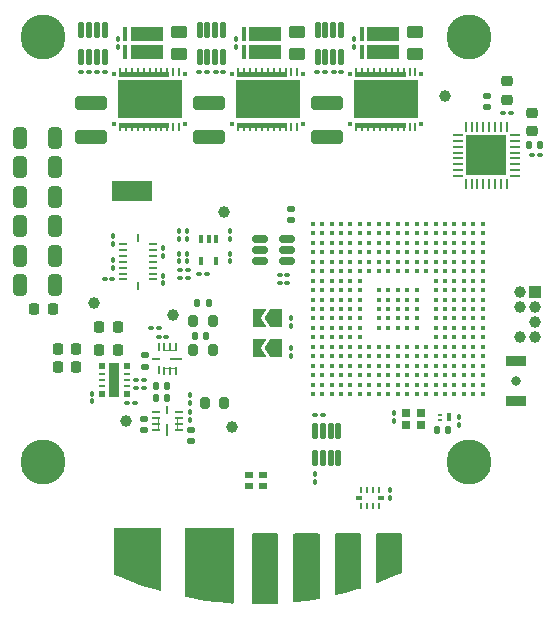
<source format=gts>
%TF.GenerationSoftware,KiCad,Pcbnew,8.0.9-8.0.9-0~ubuntu22.04.1*%
%TF.CreationDate,2025-03-06T16:09:04+01:00*%
%TF.ProjectId,omodri_sa_v2_laas,6f6d6f64-7269-45f7-9361-5f76325f6c61,1.0*%
%TF.SameCoordinates,Original*%
%TF.FileFunction,Soldermask,Top*%
%TF.FilePolarity,Negative*%
%FSLAX46Y46*%
G04 Gerber Fmt 4.6, Leading zero omitted, Abs format (unit mm)*
G04 Created by KiCad (PCBNEW 8.0.9-8.0.9-0~ubuntu22.04.1) date 2025-03-06 16:09:04*
%MOMM*%
%LPD*%
G01*
G04 APERTURE LIST*
G04 Aperture macros list*
%AMRoundRect*
0 Rectangle with rounded corners*
0 $1 Rounding radius*
0 $2 $3 $4 $5 $6 $7 $8 $9 X,Y pos of 4 corners*
0 Add a 4 corners polygon primitive as box body*
4,1,4,$2,$3,$4,$5,$6,$7,$8,$9,$2,$3,0*
0 Add four circle primitives for the rounded corners*
1,1,$1+$1,$2,$3*
1,1,$1+$1,$4,$5*
1,1,$1+$1,$6,$7*
1,1,$1+$1,$8,$9*
0 Add four rect primitives between the rounded corners*
20,1,$1+$1,$2,$3,$4,$5,0*
20,1,$1+$1,$4,$5,$6,$7,0*
20,1,$1+$1,$6,$7,$8,$9,0*
20,1,$1+$1,$8,$9,$2,$3,0*%
%AMFreePoly0*
4,1,6,1.000000,0.000000,0.500000,-0.750000,-0.500000,-0.750000,-0.500000,0.750000,0.500000,0.750000,1.000000,0.000000,1.000000,0.000000,$1*%
%AMFreePoly1*
4,1,6,0.500000,-0.750000,-0.650000,-0.750000,-0.150000,0.000000,-0.650000,0.750000,0.500000,0.750000,0.500000,-0.750000,0.500000,-0.750000,$1*%
G04 Aperture macros list end*
%ADD10C,0.120000*%
%ADD11RoundRect,0.140000X0.140000X0.170000X-0.140000X0.170000X-0.140000X-0.170000X0.140000X-0.170000X0*%
%ADD12RoundRect,0.100000X-0.130000X-0.100000X0.130000X-0.100000X0.130000X0.100000X-0.130000X0.100000X0*%
%ADD13RoundRect,0.250000X-0.325000X-0.650000X0.325000X-0.650000X0.325000X0.650000X-0.325000X0.650000X0*%
%ADD14RoundRect,0.225000X-0.250000X0.225000X-0.250000X-0.225000X0.250000X-0.225000X0.250000X0.225000X0*%
%ADD15RoundRect,0.100000X0.100000X-0.130000X0.100000X0.130000X-0.100000X0.130000X-0.100000X-0.130000X0*%
%ADD16RoundRect,0.100000X-0.100000X0.130000X-0.100000X-0.130000X0.100000X-0.130000X0.100000X0.130000X0*%
%ADD17RoundRect,0.200000X-0.200000X-0.275000X0.200000X-0.275000X0.200000X0.275000X-0.200000X0.275000X0*%
%ADD18R,0.250000X0.800000*%
%ADD19R,0.250000X0.700000*%
%ADD20R,1.100000X0.250000*%
%ADD21R,0.700000X0.250000*%
%ADD22R,2.700000X1.150000*%
%ADD23R,0.350000X1.150000*%
%ADD24R,0.250000X0.550000*%
%ADD25R,0.200000X0.550000*%
%ADD26R,0.600000X0.300000*%
%ADD27R,0.249999X0.700001*%
%ADD28R,0.375001X0.429999*%
%ADD29R,5.399999X3.300001*%
%ADD30RoundRect,0.100000X0.130000X0.100000X-0.130000X0.100000X-0.130000X-0.100000X0.130000X-0.100000X0*%
%ADD31C,2.600000*%
%ADD32C,3.800000*%
%ADD33RoundRect,0.250000X-0.450000X0.262500X-0.450000X-0.262500X0.450000X-0.262500X0.450000X0.262500X0*%
%ADD34R,0.675000X0.250000*%
%ADD35R,0.250000X0.675000*%
%ADD36RoundRect,0.125000X-0.125000X0.537500X-0.125000X-0.537500X0.125000X-0.537500X0.125000X0.537500X0*%
%ADD37R,0.400000X0.250000*%
%ADD38R,0.400000X0.700000*%
%ADD39R,0.800000X0.250000*%
%ADD40R,0.250000X1.100000*%
%ADD41RoundRect,0.225000X0.250000X-0.225000X0.250000X0.225000X-0.250000X0.225000X-0.250000X-0.225000X0*%
%ADD42RoundRect,0.147500X0.147500X0.172500X-0.147500X0.172500X-0.147500X-0.172500X0.147500X-0.172500X0*%
%ADD43RoundRect,0.140000X-0.170000X0.140000X-0.170000X-0.140000X0.170000X-0.140000X0.170000X0.140000X0*%
%ADD44R,0.550000X0.550000*%
%ADD45R,0.550000X0.250000*%
%ADD46R,0.900000X2.900000*%
%ADD47R,1.000000X1.000000*%
%ADD48C,1.000000*%
%ADD49R,0.800000X0.700000*%
%ADD50RoundRect,0.140000X0.170000X-0.140000X0.170000X0.140000X-0.170000X0.140000X-0.170000X-0.140000X0*%
%ADD51C,0.400000*%
%ADD52RoundRect,0.150000X-0.512500X-0.150000X0.512500X-0.150000X0.512500X0.150000X-0.512500X0.150000X0*%
%ADD53R,0.762000X0.508000*%
%ADD54RoundRect,0.225000X0.225000X0.250000X-0.225000X0.250000X-0.225000X-0.250000X0.225000X-0.250000X0*%
%ADD55RoundRect,0.225000X-0.225000X-0.250000X0.225000X-0.250000X0.225000X0.250000X-0.225000X0.250000X0*%
%ADD56FreePoly0,180.000000*%
%ADD57FreePoly1,180.000000*%
%ADD58RoundRect,0.140000X-0.140000X-0.170000X0.140000X-0.170000X0.140000X0.170000X-0.140000X0.170000X0*%
%ADD59RoundRect,0.062500X-0.062500X0.375000X-0.062500X-0.375000X0.062500X-0.375000X0.062500X0.375000X0*%
%ADD60RoundRect,0.062500X-0.375000X0.062500X-0.375000X-0.062500X0.375000X-0.062500X0.375000X0.062500X0*%
%ADD61R,3.450000X3.450000*%
%ADD62C,0.800000*%
%ADD63R,1.700000X0.900000*%
%ADD64R,3.400000X1.800000*%
%ADD65RoundRect,0.100000X-0.100000X0.225000X-0.100000X-0.225000X0.100000X-0.225000X0.100000X0.225000X0*%
%ADD66RoundRect,0.250000X-1.100000X0.325000X-1.100000X-0.325000X1.100000X-0.325000X1.100000X0.325000X0*%
G04 APERTURE END LIST*
D10*
%TO.C,U13*%
X142250000Y-128475000D02*
X143250000Y-128475000D01*
X142250000Y-130025000D02*
X143250000Y-130025000D01*
%TO.C,Q1*%
X162575000Y-105250000D02*
X158425000Y-105250000D01*
X158425000Y-104950000D01*
X162575000Y-104950000D01*
X162575000Y-105250000D01*
G36*
X162575000Y-105250000D02*
G01*
X158425000Y-105250000D01*
X158425000Y-104950000D01*
X162575000Y-104950000D01*
X162575000Y-105250000D01*
G37*
X162575000Y-109550000D02*
X158425000Y-109550000D01*
X158425000Y-109250000D01*
X162575000Y-109250000D01*
X162575000Y-109550000D01*
G36*
X162575000Y-109550000D02*
G01*
X158425000Y-109550000D01*
X158425000Y-109250000D01*
X162575000Y-109250000D01*
X162575000Y-109550000D01*
G37*
%TO.C,Q2*%
X152575000Y-105250000D02*
X148425000Y-105250000D01*
X148425000Y-104950000D01*
X152575000Y-104950000D01*
X152575000Y-105250000D01*
G36*
X152575000Y-105250000D02*
G01*
X148425000Y-105250000D01*
X148425000Y-104950000D01*
X152575000Y-104950000D01*
X152575000Y-105250000D01*
G37*
X152575000Y-109550000D02*
X148425000Y-109550000D01*
X148425000Y-109250000D01*
X152575000Y-109250000D01*
X152575000Y-109550000D01*
G36*
X152575000Y-109550000D02*
G01*
X148425000Y-109550000D01*
X148425000Y-109250000D01*
X152575000Y-109250000D01*
X152575000Y-109550000D01*
G37*
%TO.C,Q3*%
X142575000Y-105250000D02*
X138425000Y-105250000D01*
X138425000Y-104950000D01*
X142575000Y-104950000D01*
X142575000Y-105250000D01*
G36*
X142575000Y-105250000D02*
G01*
X138425000Y-105250000D01*
X138425000Y-104950000D01*
X142575000Y-104950000D01*
X142575000Y-105250000D01*
G37*
X142575000Y-109550000D02*
X138425000Y-109550000D01*
X138425000Y-109250000D01*
X142575000Y-109250000D01*
X142575000Y-109550000D01*
G36*
X142575000Y-109550000D02*
G01*
X138425000Y-109550000D01*
X138425000Y-109250000D01*
X142575000Y-109250000D01*
X142575000Y-109550000D01*
G37*
%TO.C,U14*%
X141725000Y-134250000D02*
X141725000Y-135250000D01*
X143275000Y-134250000D02*
X143275000Y-135250000D01*
%TD*%
D11*
%TO.C,C51*%
X174080000Y-111100000D03*
X173120000Y-111100000D03*
%TD*%
D12*
%TO.C,C50*%
X170930000Y-108400000D03*
X171570000Y-108400000D03*
%TD*%
D13*
%TO.C,C76*%
X132975000Y-110500000D03*
X130025000Y-110500000D03*
%TD*%
D14*
%TO.C,C53*%
X173400000Y-108375000D03*
X173400000Y-109925000D03*
%TD*%
D12*
%TO.C,C52*%
X173380000Y-112000000D03*
X174020000Y-112000000D03*
%TD*%
D13*
%TO.C,C71*%
X132975000Y-123000000D03*
X130025000Y-123000000D03*
%TD*%
D15*
%TO.C,C66*%
X137900000Y-121500000D03*
X137900000Y-120860000D03*
%TD*%
D16*
%TO.C,C55*%
X148300000Y-102180000D03*
X148300000Y-102820000D03*
%TD*%
D17*
%TO.C,FB3*%
X145675000Y-133000000D03*
X147325000Y-133000000D03*
%TD*%
D16*
%TO.C,R1*%
X142100000Y-122180000D03*
X142100000Y-122820000D03*
%TD*%
D18*
%TO.C,U13*%
X141750000Y-130200000D03*
D19*
X142250000Y-130250000D03*
X142750000Y-130250000D03*
X143250000Y-130250000D03*
D20*
X143250000Y-129250000D03*
D19*
X143250000Y-128250000D03*
X142750000Y-128250000D03*
X142250000Y-128250000D03*
X141750000Y-128250000D03*
D21*
X141550000Y-129250000D03*
%TD*%
D22*
%TO.C,R27*%
X140775000Y-103275000D03*
D23*
X138950000Y-103275000D03*
X138950000Y-101725000D03*
D22*
X140775000Y-101725000D03*
%TD*%
D24*
%TO.C,U5*%
X160400000Y-140325000D03*
D25*
X159900000Y-140325000D03*
X159400000Y-140325000D03*
D24*
X158900000Y-140325000D03*
D26*
X158750000Y-141000000D03*
D24*
X158900000Y-141675000D03*
D25*
X159400000Y-141675000D03*
X159900000Y-141675000D03*
D24*
X160400000Y-141675000D03*
D26*
X160550000Y-141000000D03*
%TD*%
D27*
%TO.C,Q1*%
X163500000Y-104900000D03*
X163000001Y-104900000D03*
X162500000Y-104900000D03*
X162000001Y-104900000D03*
X161499999Y-104900000D03*
X161000000Y-104900000D03*
X160500001Y-104900000D03*
X159999999Y-104900000D03*
X159500000Y-104900000D03*
X158999999Y-104900000D03*
X158500000Y-104900000D03*
X158500000Y-109600000D03*
X158999999Y-109600000D03*
X159500000Y-109600000D03*
X159999999Y-109600000D03*
X160500001Y-109600000D03*
X161000000Y-109600000D03*
X161499999Y-109600000D03*
X162000001Y-109600000D03*
X162500000Y-109600000D03*
X163000001Y-109600000D03*
X163500000Y-109600000D03*
D28*
X164012999Y-105135000D03*
X157987001Y-105135000D03*
X157987001Y-109365000D03*
X164012999Y-109365000D03*
D29*
X161000000Y-107250000D03*
%TD*%
D30*
%TO.C,R43*%
X139715000Y-133000000D03*
X139075000Y-133000000D03*
%TD*%
%TO.C,R44*%
X140520000Y-131700000D03*
X139880000Y-131700000D03*
%TD*%
D31*
%TO.C,H1*%
X132000000Y-137950000D03*
D32*
X132000000Y-137950000D03*
%TD*%
D33*
%TO.C,R15*%
X163500000Y-101587500D03*
X163500000Y-103412500D03*
%TD*%
D22*
%TO.C,R16*%
X160775000Y-103275000D03*
D23*
X158950000Y-103275000D03*
X158950000Y-101725000D03*
D22*
X160775000Y-101725000D03*
%TD*%
D16*
%TO.C,R52*%
X147800000Y-118410000D03*
X147800000Y-119050000D03*
%TD*%
D15*
%TO.C,C63*%
X161350000Y-141000000D03*
X161350000Y-140360000D03*
%TD*%
%TO.C,R50*%
X143500000Y-119050000D03*
X143500000Y-118410000D03*
%TD*%
%TO.C,C65*%
X142100000Y-120500000D03*
X142100000Y-119860000D03*
%TD*%
D34*
%TO.C,U7*%
X141262500Y-119500000D03*
X141262500Y-120000000D03*
X141262500Y-120500000D03*
X141262500Y-121000000D03*
X141262500Y-121500000D03*
X141262500Y-122000000D03*
X141262500Y-122500000D03*
D35*
X140000000Y-123012500D03*
D34*
X138737500Y-122500000D03*
X138737500Y-122000000D03*
X138737500Y-121500000D03*
X138737500Y-121000000D03*
X138737500Y-120500000D03*
X138737500Y-120000000D03*
X138737500Y-119500000D03*
D35*
X140000000Y-118987500D03*
%TD*%
D15*
%TO.C,R49*%
X144400000Y-132920000D03*
X144400000Y-132280000D03*
%TD*%
%TO.C,R37*%
X167200000Y-134820000D03*
X167200000Y-134180000D03*
%TD*%
D16*
%TO.C,R53*%
X144200000Y-118410000D03*
X144200000Y-119050000D03*
%TD*%
D17*
%TO.C,FB1*%
X144675000Y-128500000D03*
X146325000Y-128500000D03*
%TD*%
%TO.C,FB2*%
X144675000Y-126000000D03*
X146325000Y-126000000D03*
%TD*%
D15*
%TO.C,R30*%
X155025000Y-139620000D03*
X155025000Y-138980000D03*
%TD*%
D33*
%TO.C,R18*%
X153500000Y-101587500D03*
X153500000Y-103412500D03*
%TD*%
D36*
%TO.C,U4*%
X156975000Y-135362500D03*
X156325000Y-135362500D03*
X155675000Y-135362500D03*
X155025000Y-135362500D03*
X155025000Y-137637500D03*
X155675000Y-137637500D03*
X156325000Y-137637500D03*
X156975000Y-137637500D03*
%TD*%
D22*
%TO.C,R19*%
X150775000Y-103275000D03*
D23*
X148950000Y-103275000D03*
X148950000Y-101725000D03*
D22*
X150775000Y-101725000D03*
%TD*%
D30*
%TO.C,R45*%
X140520000Y-131000000D03*
X139880000Y-131000000D03*
%TD*%
D16*
%TO.C,C47*%
X158300000Y-102180000D03*
X158300000Y-102820000D03*
%TD*%
D27*
%TO.C,Q2*%
X153500000Y-104900000D03*
X153000001Y-104900000D03*
X152500000Y-104900000D03*
X152000001Y-104900000D03*
X151499999Y-104900000D03*
X151000000Y-104900000D03*
X150500001Y-104900000D03*
X149999999Y-104900000D03*
X149500000Y-104900000D03*
X148999999Y-104900000D03*
X148500000Y-104900000D03*
X148500000Y-109600000D03*
X148999999Y-109600000D03*
X149500000Y-109600000D03*
X149999999Y-109600000D03*
X150500001Y-109600000D03*
X151000000Y-109600000D03*
X151499999Y-109600000D03*
X152000001Y-109600000D03*
X152500000Y-109600000D03*
X153000001Y-109600000D03*
X153500000Y-109600000D03*
D28*
X154012999Y-105135000D03*
X147987001Y-105135000D03*
X147987001Y-109365000D03*
X154012999Y-109365000D03*
D29*
X151000000Y-107250000D03*
%TD*%
D27*
%TO.C,Q3*%
X143500000Y-104900000D03*
X143000001Y-104900000D03*
X142500000Y-104900000D03*
X142000001Y-104900000D03*
X141499999Y-104900000D03*
X141000000Y-104900000D03*
X140500001Y-104900000D03*
X139999999Y-104900000D03*
X139500000Y-104900000D03*
X138999999Y-104900000D03*
X138500000Y-104900000D03*
X138500000Y-109600000D03*
X138999999Y-109600000D03*
X139500000Y-109600000D03*
X139999999Y-109600000D03*
X140500001Y-109600000D03*
X141000000Y-109600000D03*
X141499999Y-109600000D03*
X142000001Y-109600000D03*
X142500000Y-109600000D03*
X143000001Y-109600000D03*
X143500000Y-109600000D03*
D28*
X144012999Y-105135000D03*
X137987001Y-105135000D03*
X137987001Y-109365000D03*
X144012999Y-109365000D03*
D29*
X141000000Y-107250000D03*
%TD*%
D37*
%TO.C,Q4*%
X165600000Y-133955000D03*
X165600000Y-134405000D03*
D38*
X166300000Y-134180000D03*
%TD*%
D16*
%TO.C,R54*%
X144200000Y-120310000D03*
X144200000Y-120950000D03*
%TD*%
D39*
%TO.C,U14*%
X141550000Y-133750000D03*
D21*
X141500000Y-134250000D03*
X141500000Y-134750000D03*
X141500000Y-135250000D03*
D40*
X142500000Y-135250000D03*
D21*
X143500000Y-135250000D03*
X143500000Y-134750000D03*
X143500000Y-134250000D03*
X143500000Y-133750000D03*
D19*
X142500000Y-133550000D03*
%TD*%
D41*
%TO.C,C49*%
X171250000Y-107275000D03*
X171250000Y-105725000D03*
%TD*%
D42*
%TO.C,D6*%
X166285000Y-135280000D03*
X165315000Y-135280000D03*
%TD*%
D43*
%TO.C,C45*%
X169565000Y-106940000D03*
X169565000Y-107900000D03*
%TD*%
D44*
%TO.C,U12*%
X136925000Y-129837500D03*
D45*
X136925000Y-130500000D03*
X136925000Y-131000000D03*
X136925000Y-131500000D03*
D44*
X136925000Y-132162500D03*
X139075000Y-132162500D03*
D45*
X139075000Y-131500000D03*
X139075000Y-131000000D03*
X139075000Y-130500000D03*
D44*
X139075000Y-129837500D03*
D46*
X138000000Y-131000000D03*
%TD*%
D47*
%TO.C,J3*%
X173635000Y-123595000D03*
D48*
X172365000Y-123595000D03*
X173635000Y-124865000D03*
X172365000Y-124865000D03*
X173635000Y-126135000D03*
X173635000Y-127405000D03*
X172365000Y-127405000D03*
%TD*%
D30*
%TO.C,R2*%
X137820000Y-122500000D03*
X137180000Y-122500000D03*
%TD*%
D49*
%TO.C,X1*%
X162700000Y-134800000D03*
X164000000Y-134800000D03*
X164000000Y-133800000D03*
X162700000Y-133800000D03*
%TD*%
D13*
%TO.C,C75*%
X132975000Y-113000000D03*
X130025000Y-113000000D03*
%TD*%
D16*
%TO.C,C104*%
X143500000Y-120310000D03*
X143500000Y-120950000D03*
%TD*%
D33*
%TO.C,R21*%
X143500000Y-101587500D03*
X143500000Y-103412500D03*
%TD*%
D36*
%TO.C,U17*%
X157175000Y-101362500D03*
X156525000Y-101362500D03*
X155875000Y-101362500D03*
X155225000Y-101362500D03*
X155225000Y-103637500D03*
X155875000Y-103637500D03*
X156525000Y-103637500D03*
X157175000Y-103637500D03*
%TD*%
D30*
%TO.C,C112*%
X135820000Y-104900000D03*
X135180000Y-104900000D03*
%TD*%
D15*
%TO.C,R3*%
X137900000Y-119500000D03*
X137900000Y-118860000D03*
%TD*%
D48*
%TO.C,TP7*%
X147300000Y-116750000D03*
%TD*%
D12*
%TO.C,R51*%
X143580000Y-121700000D03*
X144220000Y-121700000D03*
%TD*%
D48*
%TO.C,TP3*%
X136250000Y-124500000D03*
%TD*%
D31*
%TO.C,H4*%
X168000000Y-137950000D03*
D32*
X168000000Y-137950000D03*
%TD*%
D50*
%TO.C,C93*%
X140600000Y-129880000D03*
X140600000Y-128920000D03*
%TD*%
D13*
%TO.C,C74*%
X132975000Y-115500000D03*
X130025000Y-115500000D03*
%TD*%
D51*
%TO.C,U1*%
X169200000Y-117800000D03*
X169200000Y-118600000D03*
X169200000Y-119400000D03*
X169200000Y-120200000D03*
X169200000Y-121000000D03*
X169200000Y-121800000D03*
X169200000Y-122600000D03*
X169200000Y-123400000D03*
X169200000Y-124200000D03*
X169200000Y-125000000D03*
X169200000Y-125800000D03*
X169200000Y-126600000D03*
X169200000Y-127400000D03*
X169200000Y-128200000D03*
X169200000Y-129000000D03*
X169200000Y-129800000D03*
X169200000Y-130600000D03*
X169200000Y-131400000D03*
X169200000Y-132200000D03*
X168400000Y-117800000D03*
X168400000Y-118600000D03*
X168400000Y-119400000D03*
X168400000Y-120200000D03*
X168400000Y-121000000D03*
X168400000Y-121800000D03*
X168400000Y-122600000D03*
X168400000Y-123400000D03*
X168400000Y-124200000D03*
X168400000Y-125000000D03*
X168400000Y-125800000D03*
X168400000Y-126600000D03*
X168400000Y-127400000D03*
X168400000Y-128200000D03*
X168400000Y-129000000D03*
X168400000Y-129800000D03*
X168400000Y-130600000D03*
X168400000Y-131400000D03*
X168400000Y-132200000D03*
X167600000Y-117800000D03*
X167600000Y-118600000D03*
X167600000Y-119400000D03*
X167600000Y-120200000D03*
X167600000Y-121000000D03*
X167600000Y-121800000D03*
X167600000Y-122600000D03*
X167600000Y-123400000D03*
X167600000Y-124200000D03*
X167600000Y-125000000D03*
X167600000Y-125800000D03*
X167600000Y-126600000D03*
X167600000Y-127400000D03*
X167600000Y-128200000D03*
X167600000Y-129000000D03*
X167600000Y-129800000D03*
X167600000Y-130600000D03*
X167600000Y-131400000D03*
X167600000Y-132200000D03*
X166800000Y-117800000D03*
X166800000Y-118600000D03*
X166800000Y-119400000D03*
X166800000Y-120200000D03*
X166800000Y-121000000D03*
X166800000Y-121800000D03*
X166800000Y-122600000D03*
X166800000Y-123400000D03*
X166800000Y-124200000D03*
X166800000Y-125000000D03*
X166800000Y-125800000D03*
X166800000Y-126600000D03*
X166800000Y-127400000D03*
X166800000Y-128200000D03*
X166800000Y-129000000D03*
X166800000Y-129800000D03*
X166800000Y-130600000D03*
X166800000Y-131400000D03*
X166800000Y-132200000D03*
X166000000Y-117800000D03*
X166000000Y-118600000D03*
X166000000Y-119400000D03*
X166000000Y-120200000D03*
X166000000Y-121000000D03*
X166000000Y-121800000D03*
X166000000Y-122600000D03*
X166000000Y-123400000D03*
X166000000Y-124200000D03*
X166000000Y-125000000D03*
X166000000Y-125800000D03*
X166000000Y-126600000D03*
X166000000Y-127400000D03*
X166000000Y-128200000D03*
X166000000Y-129000000D03*
X166000000Y-129800000D03*
X166000000Y-130600000D03*
X166000000Y-131400000D03*
X166000000Y-132200000D03*
X165200000Y-117800000D03*
X165200000Y-118600000D03*
X165200000Y-119400000D03*
X165200000Y-120200000D03*
X165200000Y-121000000D03*
X165200000Y-121800000D03*
X165200000Y-122600000D03*
X165200000Y-123400000D03*
X165200000Y-124200000D03*
X165200000Y-125000000D03*
X165200000Y-125800000D03*
X165200000Y-126600000D03*
X165200000Y-127400000D03*
X165200000Y-128200000D03*
X165200000Y-129000000D03*
X165200000Y-129800000D03*
X165200000Y-130600000D03*
X165200000Y-131400000D03*
X165200000Y-132200000D03*
X164400000Y-117800000D03*
X164400000Y-118600000D03*
X164400000Y-119400000D03*
X164400000Y-120200000D03*
X164400000Y-121000000D03*
X164400000Y-121800000D03*
X164400000Y-128200000D03*
X164400000Y-129000000D03*
X164400000Y-129800000D03*
X164400000Y-130600000D03*
X164400000Y-131400000D03*
X164400000Y-132200000D03*
X163600000Y-117800000D03*
X163600000Y-118600000D03*
X163600000Y-119400000D03*
X163600000Y-120200000D03*
X163600000Y-121000000D03*
X163600000Y-121800000D03*
X163600000Y-123400000D03*
X163600000Y-124200000D03*
X163600000Y-125000000D03*
X163600000Y-125800000D03*
X163600000Y-126600000D03*
X163600000Y-128200000D03*
X163600000Y-129000000D03*
X163600000Y-129800000D03*
X163600000Y-130600000D03*
X163600000Y-131400000D03*
X163600000Y-132200000D03*
X162800000Y-117800000D03*
X162800000Y-118600000D03*
X162800000Y-119400000D03*
X162800000Y-120200000D03*
X162800000Y-121000000D03*
X162800000Y-121800000D03*
X162800000Y-123400000D03*
X162800000Y-124200000D03*
X162800000Y-125000000D03*
X162800000Y-125800000D03*
X162800000Y-126600000D03*
X162800000Y-128200000D03*
X162800000Y-129000000D03*
X162800000Y-129800000D03*
X162800000Y-130600000D03*
X162800000Y-131400000D03*
X162800000Y-132200000D03*
X162000000Y-117800000D03*
X162000000Y-118600000D03*
X162000000Y-119400000D03*
X162000000Y-120200000D03*
X162000000Y-121000000D03*
X162000000Y-121800000D03*
X162000000Y-123400000D03*
X162000000Y-124200000D03*
X162000000Y-125000000D03*
X162000000Y-125800000D03*
X162000000Y-126600000D03*
X162000000Y-128200000D03*
X162000000Y-129000000D03*
X162000000Y-129800000D03*
X162000000Y-130600000D03*
X162000000Y-131400000D03*
X162000000Y-132200000D03*
X161200000Y-117800000D03*
X161200000Y-118600000D03*
X161200000Y-119400000D03*
X161200000Y-120200000D03*
X161200000Y-121000000D03*
X161200000Y-121800000D03*
X161200000Y-123400000D03*
X161200000Y-124200000D03*
X161200000Y-125000000D03*
X161200000Y-125800000D03*
X161200000Y-126600000D03*
X161200000Y-128200000D03*
X161200000Y-129000000D03*
X161200000Y-129800000D03*
X161200000Y-130600000D03*
X161200000Y-131400000D03*
X161200000Y-132200000D03*
X160400000Y-117800000D03*
X160400000Y-118600000D03*
X160400000Y-119400000D03*
X160400000Y-120200000D03*
X160400000Y-121000000D03*
X160400000Y-121800000D03*
X160400000Y-123400000D03*
X160400000Y-124200000D03*
X160400000Y-125000000D03*
X160400000Y-125800000D03*
X160400000Y-126600000D03*
X160400000Y-128200000D03*
X160400000Y-129000000D03*
X160400000Y-129800000D03*
X160400000Y-130600000D03*
X160400000Y-131400000D03*
X160400000Y-132200000D03*
X159600000Y-117800000D03*
X159600000Y-118600000D03*
X159600000Y-119400000D03*
X159600000Y-120200000D03*
X159600000Y-121000000D03*
X159600000Y-121800000D03*
X159600000Y-128200000D03*
X159600000Y-129000000D03*
X159600000Y-129800000D03*
X159600000Y-130600000D03*
X159600000Y-131400000D03*
X159600000Y-132200000D03*
X158800000Y-117800000D03*
X158800000Y-118600000D03*
X158800000Y-119400000D03*
X158800000Y-120200000D03*
X158800000Y-121000000D03*
X158800000Y-121800000D03*
X158800000Y-122600000D03*
X158800000Y-123400000D03*
X158800000Y-124200000D03*
X158800000Y-125000000D03*
X158800000Y-125800000D03*
X158800000Y-126600000D03*
X158800000Y-127400000D03*
X158800000Y-128200000D03*
X158800000Y-129000000D03*
X158800000Y-129800000D03*
X158800000Y-130600000D03*
X158800000Y-131400000D03*
X158800000Y-132200000D03*
X158000000Y-117800000D03*
X158000000Y-118600000D03*
X158000000Y-119400000D03*
X158000000Y-120200000D03*
X158000000Y-121000000D03*
X158000000Y-121800000D03*
X158000000Y-122600000D03*
X158000000Y-123400000D03*
X158000000Y-124200000D03*
X158000000Y-125000000D03*
X158000000Y-125800000D03*
X158000000Y-126600000D03*
X158000000Y-127400000D03*
X158000000Y-128200000D03*
X158000000Y-129000000D03*
X158000000Y-129800000D03*
X158000000Y-130600000D03*
X158000000Y-131400000D03*
X158000000Y-132200000D03*
X157200000Y-117800000D03*
X157200000Y-118600000D03*
X157200000Y-119400000D03*
X157200000Y-120200000D03*
X157200000Y-121000000D03*
X157200000Y-121800000D03*
X157200000Y-122600000D03*
X157200000Y-123400000D03*
X157200000Y-124200000D03*
X157200000Y-125000000D03*
X157200000Y-125800000D03*
X157200000Y-126600000D03*
X157200000Y-127400000D03*
X157200000Y-128200000D03*
X157200000Y-129000000D03*
X157200000Y-129800000D03*
X157200000Y-130600000D03*
X157200000Y-131400000D03*
X157200000Y-132200000D03*
X156400000Y-117800000D03*
X156400000Y-118600000D03*
X156400000Y-119400000D03*
X156400000Y-120200000D03*
X156400000Y-121000000D03*
X156400000Y-121800000D03*
X156400000Y-122600000D03*
X156400000Y-123400000D03*
X156400000Y-124200000D03*
X156400000Y-125000000D03*
X156400000Y-125800000D03*
X156400000Y-126600000D03*
X156400000Y-127400000D03*
X156400000Y-128200000D03*
X156400000Y-129000000D03*
X156400000Y-129800000D03*
X156400000Y-130600000D03*
X156400000Y-131400000D03*
X156400000Y-132200000D03*
X155600000Y-117800000D03*
X155600000Y-118600000D03*
X155600000Y-119400000D03*
X155600000Y-120200000D03*
X155600000Y-121000000D03*
X155600000Y-121800000D03*
X155600000Y-122600000D03*
X155600000Y-123400000D03*
X155600000Y-124200000D03*
X155600000Y-125000000D03*
X155600000Y-125800000D03*
X155600000Y-126600000D03*
X155600000Y-127400000D03*
X155600000Y-128200000D03*
X155600000Y-129000000D03*
X155600000Y-129800000D03*
X155600000Y-130600000D03*
X155600000Y-131400000D03*
X155600000Y-132200000D03*
X154800000Y-117800000D03*
X154800000Y-118600000D03*
X154800000Y-119400000D03*
X154800000Y-120200000D03*
X154800000Y-121000000D03*
X154800000Y-121800000D03*
X154800000Y-122600000D03*
X154800000Y-123400000D03*
X154800000Y-124200000D03*
X154800000Y-125000000D03*
X154800000Y-125800000D03*
X154800000Y-126600000D03*
X154800000Y-127400000D03*
X154800000Y-128200000D03*
X154800000Y-129000000D03*
X154800000Y-129800000D03*
X154800000Y-130600000D03*
X154800000Y-131400000D03*
X154800000Y-132200000D03*
%TD*%
D52*
%TO.C,U15*%
X150362500Y-119050000D03*
X150362500Y-120000000D03*
X150362500Y-120950000D03*
X152637500Y-120950000D03*
X152637500Y-120000000D03*
X152637500Y-119050000D03*
%TD*%
D43*
%TO.C,C99*%
X144500000Y-135220000D03*
X144500000Y-136180000D03*
%TD*%
D48*
%TO.C,TP2*%
X166000000Y-107000000D03*
%TD*%
D53*
%TO.C,D5*%
X150572201Y-139025000D03*
X149427799Y-139025000D03*
X149427799Y-139975000D03*
X150572201Y-139975000D03*
%TD*%
D43*
%TO.C,C96*%
X140500000Y-134320000D03*
X140500000Y-135280000D03*
%TD*%
D54*
%TO.C,C91*%
X134775000Y-129900000D03*
X133225000Y-129900000D03*
%TD*%
D55*
%TO.C,C90*%
X136725000Y-126500000D03*
X138275000Y-126500000D03*
%TD*%
D16*
%TO.C,C97*%
X136100000Y-132162500D03*
X136100000Y-132802500D03*
%TD*%
D12*
%TO.C,D2*%
X145180000Y-122000000D03*
X145820000Y-122000000D03*
%TD*%
D30*
%TO.C,C105*%
X155820000Y-104900000D03*
X155180000Y-104900000D03*
%TD*%
D56*
%TO.C,JP2*%
X151725000Y-128300000D03*
D57*
X150275000Y-128300000D03*
%TD*%
D31*
%TO.C,H3*%
X132000000Y-101950000D03*
D32*
X132000000Y-101950000D03*
%TD*%
D36*
%TO.C,U18*%
X147175000Y-101362500D03*
X146525000Y-101362500D03*
X145875000Y-101362500D03*
X145225000Y-101362500D03*
X145225000Y-103637500D03*
X145875000Y-103637500D03*
X146525000Y-103637500D03*
X147175000Y-103637500D03*
%TD*%
D12*
%TO.C,C107*%
X146580000Y-104900000D03*
X147220000Y-104900000D03*
%TD*%
D36*
%TO.C,U19*%
X137175000Y-101362500D03*
X136525000Y-101362500D03*
X135875000Y-101362500D03*
X135225000Y-101362500D03*
X135225000Y-103637500D03*
X135875000Y-103637500D03*
X136525000Y-103637500D03*
X137175000Y-103637500D03*
%TD*%
D58*
%TO.C,C94*%
X141520000Y-131500000D03*
X142480000Y-131500000D03*
%TD*%
D16*
%TO.C,C70*%
X161700000Y-133800000D03*
X161700000Y-134440000D03*
%TD*%
D55*
%TO.C,C88*%
X131225000Y-125000000D03*
X132775000Y-125000000D03*
%TD*%
D54*
%TO.C,C92*%
X134775000Y-128400000D03*
X133225000Y-128400000D03*
%TD*%
D59*
%TO.C,U2*%
X171250000Y-109562500D03*
X170750000Y-109562500D03*
X170250000Y-109562500D03*
X169750000Y-109562500D03*
X169250000Y-109562500D03*
X168750000Y-109562500D03*
X168250000Y-109562500D03*
X167750000Y-109562500D03*
D60*
X167062500Y-110250000D03*
X167062500Y-110750000D03*
X167062500Y-111250000D03*
X167062500Y-111750000D03*
X167062500Y-112250000D03*
X167062500Y-112750000D03*
X167062500Y-113250000D03*
X167062500Y-113750000D03*
D59*
X167750000Y-114437500D03*
X168250000Y-114437500D03*
X168750000Y-114437500D03*
X169250000Y-114437500D03*
X169750000Y-114437500D03*
X170250000Y-114437500D03*
X170750000Y-114437500D03*
X171250000Y-114437500D03*
D60*
X171937500Y-113750000D03*
X171937500Y-113250000D03*
X171937500Y-112750000D03*
X171937500Y-112250000D03*
X171937500Y-111750000D03*
X171937500Y-111250000D03*
X171937500Y-110750000D03*
X171937500Y-110250000D03*
D61*
X169500000Y-112000000D03*
%TD*%
D12*
%TO.C,C106*%
X156580000Y-104900000D03*
X157220000Y-104900000D03*
%TD*%
D62*
%TO.C,SW1*%
X172000000Y-131100000D03*
D63*
X172000000Y-132800000D03*
X172000000Y-129400000D03*
%TD*%
D50*
%TO.C,C44*%
X153000000Y-117480000D03*
X153000000Y-116520000D03*
%TD*%
D30*
%TO.C,R47*%
X141750000Y-126650000D03*
X141110000Y-126650000D03*
%TD*%
D15*
%TO.C,R8*%
X153000000Y-126440000D03*
X153000000Y-125800000D03*
%TD*%
D30*
%TO.C,R46*%
X142390000Y-127350000D03*
X141750000Y-127350000D03*
%TD*%
D15*
%TO.C,C102*%
X147800000Y-120950000D03*
X147800000Y-120310000D03*
%TD*%
D12*
%TO.C,C110*%
X136580000Y-104900000D03*
X137220000Y-104900000D03*
%TD*%
D56*
%TO.C,JP1*%
X151725000Y-125800000D03*
D57*
X150275000Y-125800000D03*
%TD*%
D30*
%TO.C,C100*%
X152637500Y-122100000D03*
X151997500Y-122100000D03*
%TD*%
D58*
%TO.C,C98*%
X144820000Y-127250000D03*
X145780000Y-127250000D03*
%TD*%
%TO.C,C95*%
X141520000Y-132500000D03*
X142480000Y-132500000D03*
%TD*%
D31*
%TO.C,H2*%
X168000000Y-101950000D03*
D32*
X168000000Y-101950000D03*
%TD*%
D48*
%TO.C,TP5*%
X143000000Y-125500000D03*
%TD*%
D55*
%TO.C,C89*%
X136725000Y-128500000D03*
X138275000Y-128500000D03*
%TD*%
D15*
%TO.C,R9*%
X153000000Y-128940000D03*
X153000000Y-128300000D03*
%TD*%
D64*
%TO.C,TP1*%
X139500000Y-115000000D03*
%TD*%
D48*
%TO.C,TP6*%
X148000000Y-135000000D03*
%TD*%
D65*
%TO.C,U16*%
X146650000Y-119050000D03*
X146000000Y-119050000D03*
X145350000Y-119050000D03*
X145350000Y-120950000D03*
X146650000Y-120950000D03*
%TD*%
D30*
%TO.C,C109*%
X145820000Y-104900000D03*
X145180000Y-104900000D03*
%TD*%
D13*
%TO.C,C72*%
X132975000Y-120500000D03*
X130025000Y-120500000D03*
%TD*%
D48*
%TO.C,TP4*%
X139000000Y-134500000D03*
%TD*%
D15*
%TO.C,R48*%
X144400000Y-134390000D03*
X144400000Y-133750000D03*
%TD*%
D16*
%TO.C,C60*%
X138300000Y-102180000D03*
X138300000Y-102820000D03*
%TD*%
D13*
%TO.C,C73*%
X132975000Y-118000000D03*
X130025000Y-118000000D03*
%TD*%
D30*
%TO.C,C103*%
X144220000Y-122400000D03*
X143580000Y-122400000D03*
%TD*%
D11*
%TO.C,C40*%
X145980000Y-124500000D03*
X145020000Y-124500000D03*
%TD*%
D30*
%TO.C,C101*%
X152637500Y-122800000D03*
X151997500Y-122800000D03*
%TD*%
%TO.C,C62*%
X155675000Y-134000000D03*
X155035000Y-134000000D03*
%TD*%
D66*
%TO.C,C82*%
X146000000Y-110475000D03*
X146000000Y-107525000D03*
%TD*%
%TO.C,C84*%
X156000000Y-107525000D03*
X156000000Y-110475000D03*
%TD*%
%TO.C,C81*%
X136000000Y-107525000D03*
X136000000Y-110475000D03*
%TD*%
G36*
X158843039Y-144019685D02*
G01*
X158888794Y-144072489D01*
X158900000Y-144124000D01*
X158900000Y-148557067D01*
X158880315Y-148624106D01*
X158827511Y-148669861D01*
X158813655Y-148675211D01*
X158592799Y-148745603D01*
X158588487Y-148746892D01*
X157543902Y-149038517D01*
X157539546Y-149039648D01*
X156802987Y-149216734D01*
X156733203Y-149213267D01*
X156676372Y-149172621D01*
X156650538Y-149107703D01*
X156650000Y-149096170D01*
X156650000Y-144124000D01*
X156669685Y-144056961D01*
X156722489Y-144011206D01*
X156774000Y-144000000D01*
X158776000Y-144000000D01*
X158843039Y-144019685D01*
G37*
G36*
X162343039Y-144019685D02*
G01*
X162388794Y-144072489D01*
X162400000Y-144124000D01*
X162400000Y-147235272D01*
X162380315Y-147302311D01*
X162327511Y-147348066D01*
X162326273Y-147348624D01*
X161666069Y-147641432D01*
X161661922Y-147643182D01*
X160655225Y-148046606D01*
X160651017Y-148048204D01*
X160315918Y-148168570D01*
X160246171Y-148172707D01*
X160185259Y-148138479D01*
X160152522Y-148076753D01*
X160150000Y-148051870D01*
X160150000Y-144124000D01*
X160169685Y-144056961D01*
X160222489Y-144011206D01*
X160274000Y-144000000D01*
X162276000Y-144000000D01*
X162343039Y-144019685D01*
G37*
G36*
X155343039Y-144019685D02*
G01*
X155388794Y-144072489D01*
X155400000Y-144124000D01*
X155400000Y-149406990D01*
X155380315Y-149474029D01*
X155327511Y-149519784D01*
X155296165Y-149529339D01*
X154343249Y-149686396D01*
X154338796Y-149687048D01*
X153289712Y-149821053D01*
X153220718Y-149810021D01*
X153168642Y-149763440D01*
X153150000Y-149698052D01*
X153150000Y-144124000D01*
X153169685Y-144056961D01*
X153222489Y-144011206D01*
X153274000Y-144000000D01*
X155276000Y-144000000D01*
X155343039Y-144019685D01*
G37*
G36*
X141943039Y-143519685D02*
G01*
X141988794Y-143572489D01*
X142000000Y-143624000D01*
X142000000Y-148747824D01*
X141980315Y-148814863D01*
X141927511Y-148860618D01*
X141858353Y-148870562D01*
X141842657Y-148867257D01*
X141411503Y-148746889D01*
X141407191Y-148745600D01*
X140373914Y-148416270D01*
X140369651Y-148414826D01*
X139348982Y-148048204D01*
X139344774Y-148046606D01*
X138338076Y-147643181D01*
X138333929Y-147641431D01*
X138073727Y-147526027D01*
X138020425Y-147480853D01*
X138000007Y-147414033D01*
X138000000Y-147412675D01*
X138000000Y-143624000D01*
X138019685Y-143556961D01*
X138072489Y-143511206D01*
X138124000Y-143500000D01*
X141876000Y-143500000D01*
X141943039Y-143519685D01*
G37*
G36*
X151843039Y-144019685D02*
G01*
X151888794Y-144072489D01*
X151900000Y-144124000D01*
X151900000Y-149821071D01*
X151880315Y-149888110D01*
X151827511Y-149933865D01*
X151782749Y-149944887D01*
X151091099Y-149982585D01*
X151086600Y-149982749D01*
X150137344Y-149999980D01*
X150135094Y-150000000D01*
X149864907Y-150000000D01*
X149862655Y-149999980D01*
X149771748Y-149998329D01*
X149705077Y-149977430D01*
X149660289Y-149923804D01*
X149650000Y-149874349D01*
X149650000Y-144124000D01*
X149669685Y-144056961D01*
X149722489Y-144011206D01*
X149774000Y-144000000D01*
X151776000Y-144000000D01*
X151843039Y-144019685D01*
G37*
G36*
X148093039Y-143519685D02*
G01*
X148138794Y-143572489D01*
X148150000Y-143624000D01*
X148150000Y-149810280D01*
X148130315Y-149877319D01*
X148077511Y-149923074D01*
X148019252Y-149934096D01*
X147826024Y-149923565D01*
X147821535Y-149923239D01*
X146741479Y-149824955D01*
X146737004Y-149824466D01*
X145661203Y-149687047D01*
X145656750Y-149686395D01*
X144586708Y-149510035D01*
X144582281Y-149509223D01*
X144099408Y-149411517D01*
X144037604Y-149378928D01*
X144003230Y-149318098D01*
X144000000Y-149289980D01*
X144000000Y-143624000D01*
X144019685Y-143556961D01*
X144072489Y-143511206D01*
X144124000Y-143500000D01*
X148026000Y-143500000D01*
X148093039Y-143519685D01*
G37*
M02*

</source>
